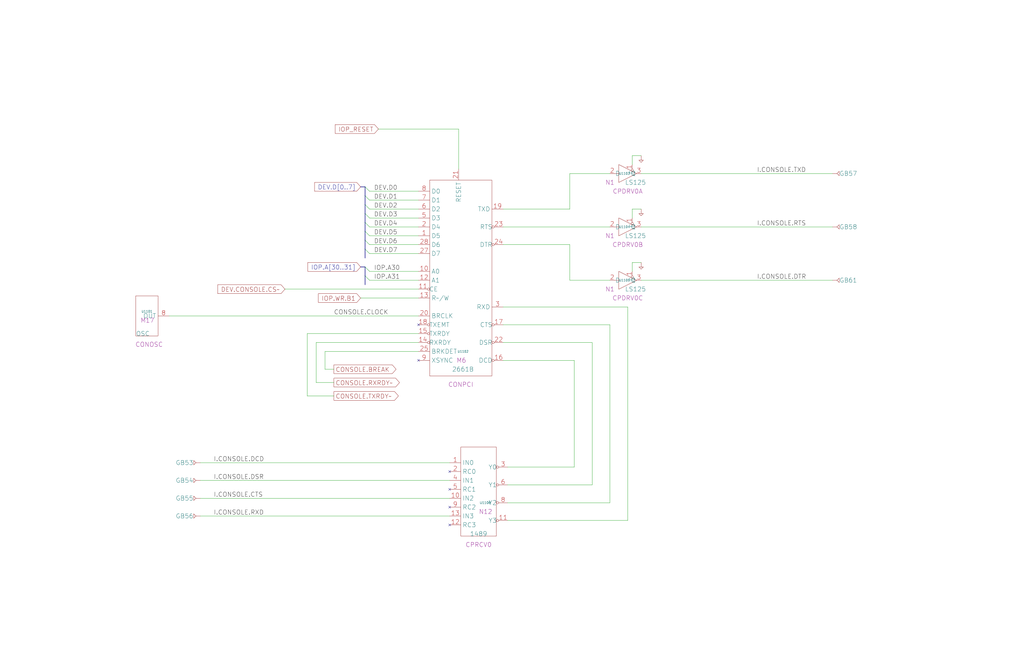
<source format=kicad_sch>
(kicad_sch (version 20250114) (generator "eeschema") (generator_version "9.0")
  (paper "User" 584.2 378.46)
  (title_block (title "DEVICES\\nCONSOLE PCI") (date "22-SEP-90") (rev "2.0") (comment 1 "IOC") (comment 2 "232-003061") (comment 3 "S400") (comment 4 "RELEASED"))
  (lib_symbols
    (symbol "r1000:1489" (pin_names (offset 1.016))
      (property "Reference" "U" (at 2.54 5.08 0))
      (property "Value" "1489" (at -6.35 -12.7 0))
      (property "Location" "___" (at -1.27 0 0))
      (property "Name" "______" (at -1.27 -20.32 0))
      (symbol "1489_1_1"
        (rectangle (start -11.43 36.83) (end 8.89 -13.97))
        (circle (center 9.525 25.4) (radius 0.635))
        (circle (center 9.525 15.24) (radius 0.635))
        (circle (center 9.525 5.08) (radius 0.635))
        (circle (center 9.525 -5.08) (radius 0.635))
        (pin input line (at -17.78 27.94 0) (length 6.35) (name "IN0") (number "1"))
        (pin input line (at -17.78 22.86 0) (length 6.35) (name "RC0") (number "2"))
        (pin input line (at -17.78 17.78 0) (length 6.35) (name "IN1") (number "4"))
        (pin input line (at -17.78 12.7 0) (length 6.35) (name "RC1") (number "5"))
        (pin input line (at -17.78 7.62 0) (length 6.35) (name "IN2") (number "10"))
        (pin input line (at -17.78 2.54 0) (length 6.35) (name "RC2") (number "9"))
        (pin input line (at -17.78 -2.54 0) (length 6.35) (name "IN3") (number "13"))
        (pin input line (at -17.78 -7.62 0) (length 6.35) (name "RC3") (number "12"))
        (pin output line (at 15.24 25.4 180) (length 5.08) (name "Y0") (number "3"))
        (pin output line (at 15.24 15.24 180) (length 5.08) (name "Y1") (number "6"))
        (pin output line (at 15.24 5.08 180) (length 5.08) (name "Y2") (number "8"))
        (pin output line (at 15.24 -5.08 180) (length 5.08) (name "Y3") (number "11"))
      )
    )
    (symbol "r1000:2661B" (pin_names (offset 1.016))
      (property "Reference" "U" (at 2.54 5.08 0))
      (property "Value" "2661B" (at -3.81 -5.08 0))
      (property "Location" "___" (at -1.27 0 0))
      (property "Name" "______" (at 1.27 -15.24 0))
      (symbol "2661B_1_1"
        (circle (center -17.145 40.64) (radius 0.635))
        (circle (center -17.145 20.32) (radius 0.635))
        (circle (center -17.145 15.24) (radius 0.635))
        (circle (center -17.145 10.16) (radius 0.635))
        (rectangle (start -16.51 102.87) (end 19.05 -8.89))
        (circle (center 19.685 76.2) (radius 0.635))
        (circle (center 19.685 66.04) (radius 0.635))
        (circle (center 19.685 20.32) (radius 0.635))
        (circle (center 19.685 10.16) (radius 0.635))
        (circle (center 19.685 0) (radius 0.635))
        (pin bidirectional line (at -22.86 96.52 0) (length 6.35) (name "D0") (number "8"))
        (pin bidirectional line (at -22.86 91.44 0) (length 6.35) (name "D1") (number "7"))
        (pin bidirectional line (at -22.86 86.36 0) (length 6.35) (name "D2") (number "6"))
        (pin bidirectional line (at -22.86 81.28 0) (length 6.35) (name "D3") (number "5"))
        (pin bidirectional line (at -22.86 76.2 0) (length 6.35) (name "D4") (number "2"))
        (pin bidirectional line (at -22.86 71.12 0) (length 6.35) (name "D5") (number "1"))
        (pin bidirectional line (at -22.86 66.04 0) (length 6.35) (name "D6") (number "28"))
        (pin bidirectional line (at -22.86 60.96 0) (length 6.35) (name "D7") (number "27"))
        (pin input line (at -22.86 50.8 0) (length 6.35) (name "A0") (number "10"))
        (pin input line (at -22.86 45.72 0) (length 6.35) (name "A1") (number "12"))
        (pin input line (at -22.86 40.64 0) (length 5.08) (name "CE") (number "11"))
        (pin input line (at -22.86 35.56 0) (length 6.35) (name "R~/W") (number "13"))
        (pin input line (at -22.86 25.4 0) (length 6.35) (name "BRCLK") (number "20"))
        (pin output line (at -22.86 20.32 0) (length 5.08) (name "TXEMT") (number "18"))
        (pin output line (at -22.86 15.24 0) (length 5.08) (name "TXRDY") (number "15"))
        (pin output line (at -22.86 10.16 0) (length 5.08) (name "RXRDY") (number "14"))
        (pin output line (at -22.86 5.08 0) (length 6.35) (name "BRKDET") (number "25"))
        (pin input line (at -22.86 0 0) (length 6.35) (name "XSYNC") (number "9"))
        (pin input line (at 0 109.22 270) (length 6.35) (name "RESET") (number "21"))
        (pin output line (at 25.4 86.36 180) (length 6.35) (name "TXD") (number "19"))
        (pin output line (at 25.4 76.2 180) (length 5.08) (name "RTS") (number "23"))
        (pin output line (at 25.4 66.04 180) (length 5.08) (name "DTR") (number "24"))
        (pin input line (at 25.4 30.48 180) (length 6.35) (name "RXD") (number "3"))
        (pin input line (at 25.4 20.32 180) (length 5.08) (name "CTS") (number "17"))
        (pin input line (at 25.4 10.16 180) (length 5.08) (name "DSR") (number "22"))
        (pin input line (at 25.4 0 180) (length 5.08) (name "DCD") (number "16"))
      )
    )
    (symbol "r1000:GB" (pin_numbers (hide yes)) (pin_names (offset 0) (hide yes))
      (property "Reference" "GB" (at 3.81 0 0))
      (symbol "GB_0_1"
        (polyline (pts (xy 2.54 0) (xy 3.81 1.27) (xy 3.81 -1.27) (xy 2.54 0)) (stroke (width 0.1524)))
      )
      (symbol "GB_1_1"
        (pin bidirectional line (at 0 0 0) (length 2.54) (name "") (number "1"))
      )
    )
    (symbol "r1000:LS125"
      (property "Reference" "U" (at 0.635 0 0))
      (property "Value" "LS125" (at 6.985 -5.08 0))
      (property "Location" "___" (at -7.62 -5.08 0))
      (property "Name" "______" (at 2.54 -10.16 0))
      (symbol "LS125_0_1"
        (polyline (pts (xy -5.08 0) (xy -2.54 0)) (stroke (width 0.1524)))
        (polyline (pts (xy -2.54 5.08) (xy -2.54 -5.08)) (stroke (width 0.1524)))
        (circle (center 5.08 1.905) (radius 0.635) (stroke (width 0.1524)))
        (polyline (pts (xy 7.62 0) (xy -2.54 5.08)) (stroke (width 0.1524)))
        (polyline (pts (xy 7.62 0) (xy -2.54 -5.08)) (stroke (width 0.1524)))
      )
      (symbol "LS125_1_1"
        (pin input line (at -7.62 0 0) (length 2.54) (name "D") (number "2"))
        (pin input line (at 5.08 5.08 270) (length 2.54) (name "E") (number "1"))
        (pin tri_state line (at 10.16 0 180) (length 2.54) (name "Q") (number "3"))
      )
    )
    (symbol "r1000:OSC" (pin_names (offset 1.016))
      (property "Reference" "U" (at 2.54 5.08 0))
      (property "Value" "OSC" (at -3.81 -7.62 0))
      (property "Location" "___" (at -1.27 0 0))
      (property "Name" "______" (at 3.81 -15.24 0))
      (symbol "OSC_1_1"
        (rectangle (start -3.81 13.97) (end 8.89 -8.89))
        (pin output line (at 15.24 2.54 180) (length 6.35) (name "OUT") (number "8"))
      )
    )
    (symbol "r1000:PD" (power) (pin_numbers (hide yes)) (pin_names (hide yes)) (in_bom no)
      (symbol "PD_0_1"
        (polyline (pts (xy 0 -2.54) (xy 1.27 -2.54) (xy 0 -3.81) (xy -1.27 -2.54) (xy 0 -2.54)) (stroke (width 0.1524)))
      )
      (symbol "PD_1_1"
        (pin power_in line (at 0 0 270) (length 2.54) (name "PD") (number "1"))
      )
    )
  )
  (no_connect (at 256.54 289.56))
  (no_connect (at 238.76 185.42))
  (no_connect (at 256.54 299.72))
  (no_connect (at 256.54 269.24))
  (no_connect (at 256.54 279.4))
  (no_connect (at 238.76 205.74))
  (bus_entry (at 208.28 137.16) (size 2.54 2.54))
  (bus_entry (at 208.28 111.76) (size 2.54 2.54))
  (bus_entry (at 208.28 121.92) (size 2.54 2.54))
  (bus_entry (at 208.28 116.84) (size 2.54 2.54))
  (bus_entry (at 208.28 132.08) (size 2.54 2.54))
  (bus_entry (at 208.28 106.68) (size 2.54 2.54))
  (bus_entry (at 208.28 157.48) (size 2.54 2.54))
  (bus_entry (at 208.28 142.24) (size 2.54 2.54))
  (bus_entry (at 208.28 127) (size 2.54 2.54))
  (bus_entry (at 208.28 152.4) (size 2.54 2.54))
  (wire (pts (xy 325.12 160.02) (xy 347.98 160.02)))
  (wire (pts (xy 190.5 210.82) (xy 185.42 210.82)))
  (wire (pts (xy 325.12 99.06) (xy 347.98 99.06)))
  (wire (pts (xy 360.68 88.9) (xy 360.68 93.98)))
  (wire (pts (xy 261.62 73.66) (xy 261.62 96.52)))
  (wire (pts (xy 210.82 124.46) (xy 238.76 124.46)))
  (wire (pts (xy 114.3 284.48) (xy 256.54 284.48)))
  (wire (pts (xy 210.82 144.78) (xy 238.76 144.78)))
  (wire (pts (xy 365.76 129.54) (xy 474.98 129.54)))
  (wire (pts (xy 114.3 274.32) (xy 256.54 274.32)))
  (wire (pts (xy 287.02 119.38) (xy 325.12 119.38)))
  (wire (pts (xy 365.76 149.86) (xy 360.68 149.86)))
  (wire (pts (xy 114.3 294.64) (xy 256.54 294.64)))
  (wire (pts (xy 210.82 114.3) (xy 238.76 114.3)))
  (wire (pts (xy 360.68 149.86) (xy 360.68 154.94)))
  (wire (pts (xy 337.82 276.86) (xy 289.56 276.86)))
  (bus (pts (xy 208.28 116.84) (xy 208.28 121.92)))
  (wire (pts (xy 365.76 160.02) (xy 474.98 160.02)))
  (wire (pts (xy 190.5 226.06) (xy 175.26 226.06)))
  (wire (pts (xy 185.42 200.66) (xy 238.76 200.66)))
  (wire (pts (xy 325.12 119.38) (xy 325.12 99.06)))
  (wire (pts (xy 210.82 119.38) (xy 238.76 119.38)))
  (wire (pts (xy 210.82 154.94) (xy 238.76 154.94)))
  (bus (pts (xy 208.28 152.4) (xy 208.28 157.48)))
  (wire (pts (xy 210.82 134.62) (xy 238.76 134.62)))
  (wire (pts (xy 210.82 129.54) (xy 238.76 129.54)))
  (wire (pts (xy 287.02 175.26) (xy 358.14 175.26)))
  (wire (pts (xy 365.76 99.06) (xy 474.98 99.06)))
  (wire (pts (xy 287.02 195.58) (xy 337.82 195.58)))
  (wire (pts (xy 215.9 73.66) (xy 261.62 73.66)))
  (wire (pts (xy 365.76 88.9) (xy 360.68 88.9)))
  (wire (pts (xy 358.14 175.26) (xy 358.14 297.18)))
  (wire (pts (xy 210.82 109.22) (xy 238.76 109.22)))
  (bus (pts (xy 208.28 121.92) (xy 208.28 127)))
  (wire (pts (xy 180.34 218.44) (xy 190.5 218.44)))
  (wire (pts (xy 360.68 119.38) (xy 360.68 124.46)))
  (wire (pts (xy 205.74 170.18) (xy 238.76 170.18)))
  (wire (pts (xy 175.26 190.5) (xy 238.76 190.5)))
  (bus (pts (xy 205.74 152.4) (xy 208.28 152.4)))
  (wire (pts (xy 180.34 195.58) (xy 180.34 218.44)))
  (wire (pts (xy 358.14 297.18) (xy 289.56 297.18)))
  (bus (pts (xy 205.74 106.68) (xy 208.28 106.68)))
  (wire (pts (xy 238.76 195.58) (xy 180.34 195.58)))
  (bus (pts (xy 208.28 106.68) (xy 208.28 111.76)))
  (bus (pts (xy 208.28 157.48) (xy 208.28 162.56)))
  (wire (pts (xy 114.3 264.16) (xy 256.54 264.16)))
  (wire (pts (xy 347.98 287.02) (xy 347.98 185.42)))
  (wire (pts (xy 347.98 185.42) (xy 287.02 185.42)))
  (wire (pts (xy 162.56 165.1) (xy 238.76 165.1)))
  (wire (pts (xy 327.66 266.7) (xy 327.66 205.74)))
  (wire (pts (xy 337.82 195.58) (xy 337.82 276.86)))
  (wire (pts (xy 289.56 287.02) (xy 347.98 287.02)))
  (bus (pts (xy 208.28 137.16) (xy 208.28 142.24)))
  (wire (pts (xy 325.12 139.7) (xy 325.12 160.02)))
  (wire (pts (xy 287.02 129.54) (xy 347.98 129.54)))
  (wire (pts (xy 365.76 119.38) (xy 360.68 119.38)))
  (bus (pts (xy 208.28 142.24) (xy 208.28 147.32)))
  (wire (pts (xy 210.82 139.7) (xy 238.76 139.7)))
  (bus (pts (xy 208.28 132.08) (xy 208.28 137.16)))
  (wire (pts (xy 175.26 226.06) (xy 175.26 190.5)))
  (wire (pts (xy 327.66 205.74) (xy 287.02 205.74)))
  (wire (pts (xy 287.02 139.7) (xy 325.12 139.7)))
  (wire (pts (xy 210.82 160.02) (xy 238.76 160.02)))
  (bus (pts (xy 208.28 127) (xy 208.28 132.08)))
  (bus (pts (xy 208.28 111.76) (xy 208.28 116.84)))
  (wire (pts (xy 289.56 266.7) (xy 327.66 266.7)))
  (wire (pts (xy 96.52 180.34) (xy 238.76 180.34)))
  (wire (pts (xy 185.42 210.82) (xy 185.42 200.66)))
  (label "DEV.D4" (at 213.36 129.54 0) (effects (font (size 2.54 2.54))))
  (label "DEV.D2" (at 213.36 119.38 0) (effects (font (size 2.54 2.54))))
  (label "I.CONSOLE.RTS" (at 431.8 129.54 0) (effects (font (size 2.54 2.54))))
  (label "DEV.D6" (at 213.36 139.7 0) (effects (font (size 2.54 2.54))))
  (label "I.CONSOLE.RXD" (at 121.92 294.64 0) (effects (font (size 2.54 2.54))))
  (label "I.CONSOLE.DTR" (at 431.8 160.02 0) (effects (font (size 2.54 2.54))))
  (label "I.CONSOLE.DSR" (at 121.92 274.32 0) (effects (font (size 2.54 2.54))))
  (label "DEV.D5" (at 213.36 134.62 0) (effects (font (size 2.54 2.54))))
  (label "DEV.D0" (at 213.36 109.22 0) (effects (font (size 2.54 2.54))))
  (label "I.CONSOLE.DCD" (at 121.92 264.16 0) (effects (font (size 2.54 2.54))))
  (label "I.CONSOLE.TXD" (at 431.8 99.06 0) (effects (font (size 2.54 2.54))))
  (label "I.CONSOLE.CTS" (at 121.92 284.48 0) (effects (font (size 2.54 2.54))))
  (label "DEV.D7" (at 213.36 144.78 0) (effects (font (size 2.54 2.54))))
  (label "CONSOLE.CLOCK" (at 190.5 180.34 0) (effects (font (size 2.54 2.54))))
  (label "DEV.D3" (at 213.36 124.46 0) (effects (font (size 2.54 2.54))))
  (label "IOP.A30" (at 213.36 154.94 0) (effects (font (size 2.54 2.54))))
  (label "DEV.D1" (at 213.36 114.3 0) (effects (font (size 2.54 2.54))))
  (label "IOP.A31" (at 213.36 160.02 0) (effects (font (size 2.54 2.54))))
  (global_label "DEV.CONSOLE.CS~" (shape input) (at 162.56 165.1 180) (effects (font (size 2.54 2.54))) (property "Intersheetrefs" "${INTERSHEET_REFS}" (at 123.8492 164.9413 0) (effects (font (size 1.905 1.905)) (justify right))))
  (global_label "IOP.A[30..31]" (shape input) (at 205.74 152.4 180) (effects (font (size 2.54 2.54))) (property "Intersheetrefs" "${INTERSHEET_REFS}" (at 175.254 152.2413 0) (effects (font (size 1.905 1.905)) (justify right))))
  (global_label "CONSOLE.TXRDY~" (shape output) (at 190.5 226.06 0) (effects (font (size 2.54 2.54))) (property "Intersheetrefs" "${INTERSHEET_REFS}" (at 227.6384 225.9013 0) (effects (font (size 1.905 1.905)) (justify left))))
  (global_label "IOP_RESET" (shape input) (at 215.9 73.66 180) (effects (font (size 2.54 2.54))) (property "Intersheetrefs" "${INTERSHEET_REFS}" (at 190.8568 73.5013 0) (effects (font (size 1.905 1.905)) (justify right))))
  (global_label "CONSOLE.RXRDY~" (shape output) (at 190.5 218.44 0) (effects (font (size 2.54 2.54))) (property "Intersheetrefs" "${INTERSHEET_REFS}" (at 228.2432 218.2813 0) (effects (font (size 1.905 1.905)) (justify left))))
  (global_label "CONSOLE.BREAK" (shape output) (at 190.5 210.82 0) (effects (font (size 2.54 2.54))) (property "Intersheetrefs" "${INTERSHEET_REFS}" (at 226.308 210.6613 0) (effects (font (size 1.905 1.905)) (justify left))))
  (global_label "IOP.WR.B1" (shape input) (at 205.74 170.18 180) (effects (font (size 2.54 2.54))) (property "Intersheetrefs" "${INTERSHEET_REFS}" (at 181.3016 170.0213 0) (effects (font (size 1.905 1.905)) (justify right))))
  (global_label "DEV.D[0..7]" (shape input) (at 205.74 106.68 180) (effects (font (size 2.54 2.54))) (property "Intersheetrefs" "${INTERSHEET_REFS}" (at 179.1244 106.5213 0) (effects (font (size 1.905 1.905)) (justify right))))
  (symbol (lib_id "r1000:LS125") (at 355.6 99.06 0) (unit 1)
    (property "Reference" "U1103" (at 356.235 99.06 0))
    (property "Value" "LS125" (at 362.585 104.14 0) (effects (font (size 2.54 2.54))))
    (property "Location" "N1" (at 347.98 104.14 0) (effects (font (size 2.54 2.54))))
    (property "Name" "CPDRV0A" (at 358.14 109.22 0) (effects (font (size 2.54 2.54))))
  )
  (symbol (lib_id "r1000:GB") (at 474.98 99.06 0) (unit 1)
    (property "Reference" "GB57" (at 478.79 99.06 0) (effects (font (size 2.54 2.54)) (justify left)))
    (property "Value" "GB" (effects (hide yes)))
  )
  (symbol (lib_id "r1000:LS125") (at 355.6 129.54 0) (unit 1)
    (property "Reference" "U1104" (at 356.235 129.54 0))
    (property "Value" "LS125" (at 362.585 134.62 0) (effects (font (size 2.54 2.54))))
    (property "Location" "N1" (at 347.98 134.62 0) (effects (font (size 2.54 2.54))))
    (property "Name" "CPDRV0B" (at 358.14 139.7 0) (effects (font (size 2.54 2.54))))
  )
  (symbol (lib_id "r1000:GB") (at 474.98 129.54 0) (unit 1)
    (property "Reference" "GB58" (at 478.79 129.54 0) (effects (font (size 2.54 2.54)) (justify left)))
    (property "Value" "GB" (effects (hide yes)))
  )
  (symbol (lib_id "r1000:PD") (at 365.76 119.38 0) (unit 1) (in_bom no)
    (property "Reference" "#PWR01102" (effects (hide yes)))
    (property "Value" "PD" (effects (hide yes)))
  )
  (symbol (lib_id "r1000:PD") (at 365.76 149.86 0) (unit 1) (in_bom no)
    (property "Reference" "#PWR01103" (effects (hide yes)))
    (property "Value" "PD" (effects (hide yes)))
  )
  (symbol (lib_id "r1000:2661B") (at 261.62 205.74 0) (unit 1)
    (property "Reference" "U1102" (at 264.16 200.66 0))
    (property "Value" "2661B" (at 257.81 210.82 0) (effects (font (size 2.54 2.54)) (justify left)))
    (property "Location" "M6" (at 260.35 205.74 0) (effects (font (size 2.54 2.54)) (justify left)))
    (property "Name" "CONPCI" (at 262.89 220.98 0) (effects (font (size 2.54 2.54)) (justify bottom)))
  )
  (symbol (lib_id "r1000:LS125") (at 355.6 160.02 0) (unit 1)
    (property "Reference" "U1105" (at 356.235 160.02 0))
    (property "Value" "LS125" (at 362.585 165.1 0) (effects (font (size 2.54 2.54))))
    (property "Location" "N1" (at 347.98 165.1 0) (effects (font (size 2.54 2.54))))
    (property "Name" "CPDRV0C" (at 358.14 170.18 0) (effects (font (size 2.54 2.54))))
  )
  (symbol (lib_id "r1000:PD") (at 365.76 88.9 0) (unit 1) (in_bom no)
    (property "Reference" "#PWR01101" (effects (hide yes)))
    (property "Value" "PD" (effects (hide yes)))
  )
  (symbol (lib_id "r1000:GB") (at 474.98 160.02 0) (unit 1)
    (property "Reference" "GB61" (at 478.79 160.02 0) (effects (font (size 2.54 2.54)) (justify left)))
    (property "Value" "GB" (effects (hide yes)))
  )
  (symbol (lib_id "r1000:OSC") (at 81.28 182.88 0) (unit 1)
    (property "Reference" "U1101" (at 83.82 177.8 0))
    (property "Value" "OSC" (at 77.47 190.5 0) (effects (font (size 2.54 2.54)) (justify left)))
    (property "Location" "M17" (at 80.01 182.88 0) (effects (font (size 2.54 2.54)) (justify left)))
    (property "Name" "CONOSC" (at 85.09 198.12 0) (effects (font (size 2.54 2.54)) (justify bottom)))
  )
  (symbol (lib_id "r1000:GB") (at 114.3 274.32 0) (mirror y) (unit 1)
    (property "Reference" "GB54" (at 110.49 274.32 0) (effects (font (size 2.54 2.54)) (justify left)))
    (property "Value" "GB" (effects (hide yes)))
  )
  (symbol (lib_id "r1000:GB") (at 114.3 284.48 0) (mirror y) (unit 1)
    (property "Reference" "GB55" (at 110.49 284.48 0) (effects (font (size 2.54 2.54)) (justify left)))
    (property "Value" "GB" (effects (hide yes)))
  )
  (symbol (lib_id "r1000:GB") (at 114.3 294.64 0) (mirror y) (unit 1)
    (property "Reference" "GB56" (at 110.49 294.64 0) (effects (font (size 2.54 2.54)) (justify left)))
    (property "Value" "GB" (effects (hide yes)))
  )
  (symbol (lib_id "r1000:1489") (at 274.32 292.1 0) (unit 1)
    (property "Reference" "U1106" (at 276.86 287.02 0))
    (property "Value" "1489" (at 267.97 304.8 0) (effects (font (size 2.54 2.54)) (justify left)))
    (property "Location" "N12" (at 273.05 292.1 0) (effects (font (size 2.54 2.54)) (justify left)))
    (property "Name" "CPRCV0" (at 273.05 312.42 0) (effects (font (size 2.54 2.54)) (justify bottom)))
  )
  (symbol (lib_id "r1000:GB") (at 114.3 264.16 0) (mirror y) (unit 1)
    (property "Reference" "GB53" (at 110.49 264.16 0) (effects (font (size 2.54 2.54)) (justify left)))
    (property "Value" "GB" (effects (hide yes)))
  )
)
</source>
